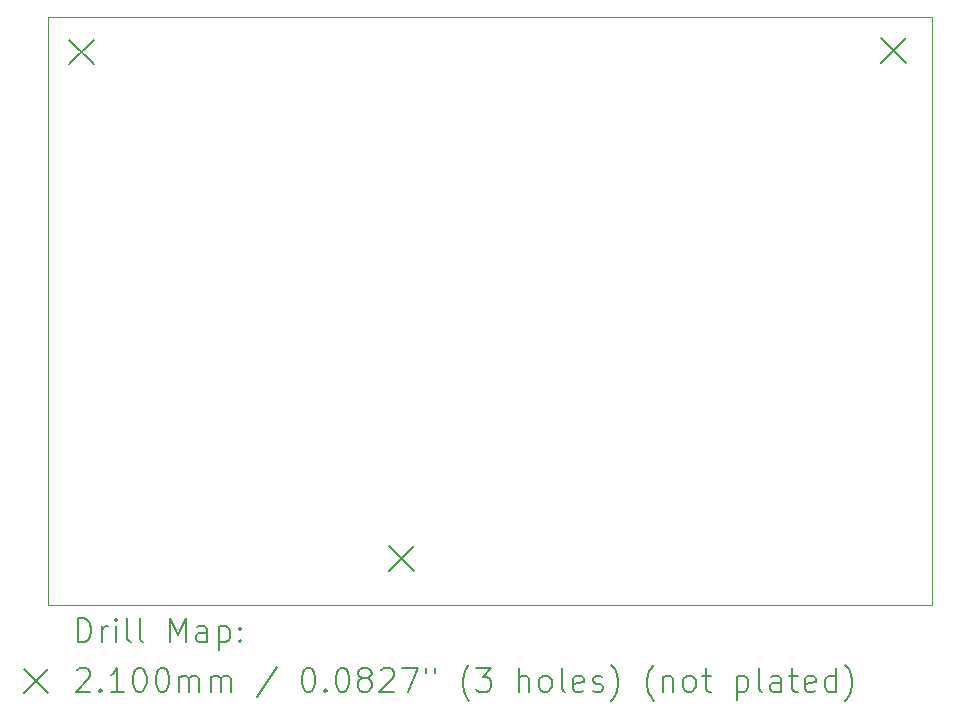
<source format=gbr>
%FSLAX45Y45*%
G04 Gerber Fmt 4.5, Leading zero omitted, Abs format (unit mm)*
G04 Created by KiCad (PCBNEW (6.0.2)) date 2022-04-01 11:26:05*
%MOMM*%
%LPD*%
G01*
G04 APERTURE LIST*
%TA.AperFunction,Profile*%
%ADD10C,0.100000*%
%TD*%
%ADD11C,0.200000*%
%ADD12C,0.210000*%
G04 APERTURE END LIST*
D10*
X8840000Y-14705000D02*
X16325000Y-14705000D01*
X16325000Y-14705000D02*
X16325000Y-9730000D01*
X16325000Y-9730000D02*
X8840000Y-9730000D01*
X8840000Y-9730000D02*
X8840000Y-14705000D01*
D11*
D12*
X9020000Y-9920000D02*
X9230000Y-10130000D01*
X9230000Y-9920000D02*
X9020000Y-10130000D01*
X11725000Y-14210000D02*
X11935000Y-14420000D01*
X11935000Y-14210000D02*
X11725000Y-14420000D01*
X15890000Y-9910000D02*
X16100000Y-10120000D01*
X16100000Y-9910000D02*
X15890000Y-10120000D01*
D11*
X9092619Y-15020476D02*
X9092619Y-14820476D01*
X9140238Y-14820476D01*
X9168810Y-14830000D01*
X9187857Y-14849048D01*
X9197381Y-14868095D01*
X9206905Y-14906190D01*
X9206905Y-14934762D01*
X9197381Y-14972857D01*
X9187857Y-14991905D01*
X9168810Y-15010952D01*
X9140238Y-15020476D01*
X9092619Y-15020476D01*
X9292619Y-15020476D02*
X9292619Y-14887143D01*
X9292619Y-14925238D02*
X9302143Y-14906190D01*
X9311667Y-14896667D01*
X9330714Y-14887143D01*
X9349762Y-14887143D01*
X9416429Y-15020476D02*
X9416429Y-14887143D01*
X9416429Y-14820476D02*
X9406905Y-14830000D01*
X9416429Y-14839524D01*
X9425952Y-14830000D01*
X9416429Y-14820476D01*
X9416429Y-14839524D01*
X9540238Y-15020476D02*
X9521190Y-15010952D01*
X9511667Y-14991905D01*
X9511667Y-14820476D01*
X9645000Y-15020476D02*
X9625952Y-15010952D01*
X9616429Y-14991905D01*
X9616429Y-14820476D01*
X9873571Y-15020476D02*
X9873571Y-14820476D01*
X9940238Y-14963333D01*
X10006905Y-14820476D01*
X10006905Y-15020476D01*
X10187857Y-15020476D02*
X10187857Y-14915714D01*
X10178333Y-14896667D01*
X10159286Y-14887143D01*
X10121190Y-14887143D01*
X10102143Y-14896667D01*
X10187857Y-15010952D02*
X10168810Y-15020476D01*
X10121190Y-15020476D01*
X10102143Y-15010952D01*
X10092619Y-14991905D01*
X10092619Y-14972857D01*
X10102143Y-14953809D01*
X10121190Y-14944286D01*
X10168810Y-14944286D01*
X10187857Y-14934762D01*
X10283095Y-14887143D02*
X10283095Y-15087143D01*
X10283095Y-14896667D02*
X10302143Y-14887143D01*
X10340238Y-14887143D01*
X10359286Y-14896667D01*
X10368810Y-14906190D01*
X10378333Y-14925238D01*
X10378333Y-14982381D01*
X10368810Y-15001428D01*
X10359286Y-15010952D01*
X10340238Y-15020476D01*
X10302143Y-15020476D01*
X10283095Y-15010952D01*
X10464048Y-15001428D02*
X10473571Y-15010952D01*
X10464048Y-15020476D01*
X10454524Y-15010952D01*
X10464048Y-15001428D01*
X10464048Y-15020476D01*
X10464048Y-14896667D02*
X10473571Y-14906190D01*
X10464048Y-14915714D01*
X10454524Y-14906190D01*
X10464048Y-14896667D01*
X10464048Y-14915714D01*
X8635000Y-15250000D02*
X8835000Y-15450000D01*
X8835000Y-15250000D02*
X8635000Y-15450000D01*
X9083095Y-15259524D02*
X9092619Y-15250000D01*
X9111667Y-15240476D01*
X9159286Y-15240476D01*
X9178333Y-15250000D01*
X9187857Y-15259524D01*
X9197381Y-15278571D01*
X9197381Y-15297619D01*
X9187857Y-15326190D01*
X9073571Y-15440476D01*
X9197381Y-15440476D01*
X9283095Y-15421428D02*
X9292619Y-15430952D01*
X9283095Y-15440476D01*
X9273571Y-15430952D01*
X9283095Y-15421428D01*
X9283095Y-15440476D01*
X9483095Y-15440476D02*
X9368810Y-15440476D01*
X9425952Y-15440476D02*
X9425952Y-15240476D01*
X9406905Y-15269048D01*
X9387857Y-15288095D01*
X9368810Y-15297619D01*
X9606905Y-15240476D02*
X9625952Y-15240476D01*
X9645000Y-15250000D01*
X9654524Y-15259524D01*
X9664048Y-15278571D01*
X9673571Y-15316667D01*
X9673571Y-15364286D01*
X9664048Y-15402381D01*
X9654524Y-15421428D01*
X9645000Y-15430952D01*
X9625952Y-15440476D01*
X9606905Y-15440476D01*
X9587857Y-15430952D01*
X9578333Y-15421428D01*
X9568810Y-15402381D01*
X9559286Y-15364286D01*
X9559286Y-15316667D01*
X9568810Y-15278571D01*
X9578333Y-15259524D01*
X9587857Y-15250000D01*
X9606905Y-15240476D01*
X9797381Y-15240476D02*
X9816429Y-15240476D01*
X9835476Y-15250000D01*
X9845000Y-15259524D01*
X9854524Y-15278571D01*
X9864048Y-15316667D01*
X9864048Y-15364286D01*
X9854524Y-15402381D01*
X9845000Y-15421428D01*
X9835476Y-15430952D01*
X9816429Y-15440476D01*
X9797381Y-15440476D01*
X9778333Y-15430952D01*
X9768810Y-15421428D01*
X9759286Y-15402381D01*
X9749762Y-15364286D01*
X9749762Y-15316667D01*
X9759286Y-15278571D01*
X9768810Y-15259524D01*
X9778333Y-15250000D01*
X9797381Y-15240476D01*
X9949762Y-15440476D02*
X9949762Y-15307143D01*
X9949762Y-15326190D02*
X9959286Y-15316667D01*
X9978333Y-15307143D01*
X10006905Y-15307143D01*
X10025952Y-15316667D01*
X10035476Y-15335714D01*
X10035476Y-15440476D01*
X10035476Y-15335714D02*
X10045000Y-15316667D01*
X10064048Y-15307143D01*
X10092619Y-15307143D01*
X10111667Y-15316667D01*
X10121190Y-15335714D01*
X10121190Y-15440476D01*
X10216429Y-15440476D02*
X10216429Y-15307143D01*
X10216429Y-15326190D02*
X10225952Y-15316667D01*
X10245000Y-15307143D01*
X10273571Y-15307143D01*
X10292619Y-15316667D01*
X10302143Y-15335714D01*
X10302143Y-15440476D01*
X10302143Y-15335714D02*
X10311667Y-15316667D01*
X10330714Y-15307143D01*
X10359286Y-15307143D01*
X10378333Y-15316667D01*
X10387857Y-15335714D01*
X10387857Y-15440476D01*
X10778333Y-15230952D02*
X10606905Y-15488095D01*
X11035476Y-15240476D02*
X11054524Y-15240476D01*
X11073571Y-15250000D01*
X11083095Y-15259524D01*
X11092619Y-15278571D01*
X11102143Y-15316667D01*
X11102143Y-15364286D01*
X11092619Y-15402381D01*
X11083095Y-15421428D01*
X11073571Y-15430952D01*
X11054524Y-15440476D01*
X11035476Y-15440476D01*
X11016429Y-15430952D01*
X11006905Y-15421428D01*
X10997381Y-15402381D01*
X10987857Y-15364286D01*
X10987857Y-15316667D01*
X10997381Y-15278571D01*
X11006905Y-15259524D01*
X11016429Y-15250000D01*
X11035476Y-15240476D01*
X11187857Y-15421428D02*
X11197381Y-15430952D01*
X11187857Y-15440476D01*
X11178333Y-15430952D01*
X11187857Y-15421428D01*
X11187857Y-15440476D01*
X11321190Y-15240476D02*
X11340238Y-15240476D01*
X11359286Y-15250000D01*
X11368809Y-15259524D01*
X11378333Y-15278571D01*
X11387857Y-15316667D01*
X11387857Y-15364286D01*
X11378333Y-15402381D01*
X11368809Y-15421428D01*
X11359286Y-15430952D01*
X11340238Y-15440476D01*
X11321190Y-15440476D01*
X11302143Y-15430952D01*
X11292619Y-15421428D01*
X11283095Y-15402381D01*
X11273571Y-15364286D01*
X11273571Y-15316667D01*
X11283095Y-15278571D01*
X11292619Y-15259524D01*
X11302143Y-15250000D01*
X11321190Y-15240476D01*
X11502143Y-15326190D02*
X11483095Y-15316667D01*
X11473571Y-15307143D01*
X11464048Y-15288095D01*
X11464048Y-15278571D01*
X11473571Y-15259524D01*
X11483095Y-15250000D01*
X11502143Y-15240476D01*
X11540238Y-15240476D01*
X11559286Y-15250000D01*
X11568809Y-15259524D01*
X11578333Y-15278571D01*
X11578333Y-15288095D01*
X11568809Y-15307143D01*
X11559286Y-15316667D01*
X11540238Y-15326190D01*
X11502143Y-15326190D01*
X11483095Y-15335714D01*
X11473571Y-15345238D01*
X11464048Y-15364286D01*
X11464048Y-15402381D01*
X11473571Y-15421428D01*
X11483095Y-15430952D01*
X11502143Y-15440476D01*
X11540238Y-15440476D01*
X11559286Y-15430952D01*
X11568809Y-15421428D01*
X11578333Y-15402381D01*
X11578333Y-15364286D01*
X11568809Y-15345238D01*
X11559286Y-15335714D01*
X11540238Y-15326190D01*
X11654524Y-15259524D02*
X11664048Y-15250000D01*
X11683095Y-15240476D01*
X11730714Y-15240476D01*
X11749762Y-15250000D01*
X11759286Y-15259524D01*
X11768809Y-15278571D01*
X11768809Y-15297619D01*
X11759286Y-15326190D01*
X11645000Y-15440476D01*
X11768809Y-15440476D01*
X11835476Y-15240476D02*
X11968809Y-15240476D01*
X11883095Y-15440476D01*
X12035476Y-15240476D02*
X12035476Y-15278571D01*
X12111667Y-15240476D02*
X12111667Y-15278571D01*
X12406905Y-15516667D02*
X12397381Y-15507143D01*
X12378333Y-15478571D01*
X12368809Y-15459524D01*
X12359286Y-15430952D01*
X12349762Y-15383333D01*
X12349762Y-15345238D01*
X12359286Y-15297619D01*
X12368809Y-15269048D01*
X12378333Y-15250000D01*
X12397381Y-15221428D01*
X12406905Y-15211905D01*
X12464048Y-15240476D02*
X12587857Y-15240476D01*
X12521190Y-15316667D01*
X12549762Y-15316667D01*
X12568809Y-15326190D01*
X12578333Y-15335714D01*
X12587857Y-15354762D01*
X12587857Y-15402381D01*
X12578333Y-15421428D01*
X12568809Y-15430952D01*
X12549762Y-15440476D01*
X12492619Y-15440476D01*
X12473571Y-15430952D01*
X12464048Y-15421428D01*
X12825952Y-15440476D02*
X12825952Y-15240476D01*
X12911667Y-15440476D02*
X12911667Y-15335714D01*
X12902143Y-15316667D01*
X12883095Y-15307143D01*
X12854524Y-15307143D01*
X12835476Y-15316667D01*
X12825952Y-15326190D01*
X13035476Y-15440476D02*
X13016428Y-15430952D01*
X13006905Y-15421428D01*
X12997381Y-15402381D01*
X12997381Y-15345238D01*
X13006905Y-15326190D01*
X13016428Y-15316667D01*
X13035476Y-15307143D01*
X13064048Y-15307143D01*
X13083095Y-15316667D01*
X13092619Y-15326190D01*
X13102143Y-15345238D01*
X13102143Y-15402381D01*
X13092619Y-15421428D01*
X13083095Y-15430952D01*
X13064048Y-15440476D01*
X13035476Y-15440476D01*
X13216428Y-15440476D02*
X13197381Y-15430952D01*
X13187857Y-15411905D01*
X13187857Y-15240476D01*
X13368809Y-15430952D02*
X13349762Y-15440476D01*
X13311667Y-15440476D01*
X13292619Y-15430952D01*
X13283095Y-15411905D01*
X13283095Y-15335714D01*
X13292619Y-15316667D01*
X13311667Y-15307143D01*
X13349762Y-15307143D01*
X13368809Y-15316667D01*
X13378333Y-15335714D01*
X13378333Y-15354762D01*
X13283095Y-15373809D01*
X13454524Y-15430952D02*
X13473571Y-15440476D01*
X13511667Y-15440476D01*
X13530714Y-15430952D01*
X13540238Y-15411905D01*
X13540238Y-15402381D01*
X13530714Y-15383333D01*
X13511667Y-15373809D01*
X13483095Y-15373809D01*
X13464048Y-15364286D01*
X13454524Y-15345238D01*
X13454524Y-15335714D01*
X13464048Y-15316667D01*
X13483095Y-15307143D01*
X13511667Y-15307143D01*
X13530714Y-15316667D01*
X13606905Y-15516667D02*
X13616428Y-15507143D01*
X13635476Y-15478571D01*
X13645000Y-15459524D01*
X13654524Y-15430952D01*
X13664048Y-15383333D01*
X13664048Y-15345238D01*
X13654524Y-15297619D01*
X13645000Y-15269048D01*
X13635476Y-15250000D01*
X13616428Y-15221428D01*
X13606905Y-15211905D01*
X13968809Y-15516667D02*
X13959286Y-15507143D01*
X13940238Y-15478571D01*
X13930714Y-15459524D01*
X13921190Y-15430952D01*
X13911667Y-15383333D01*
X13911667Y-15345238D01*
X13921190Y-15297619D01*
X13930714Y-15269048D01*
X13940238Y-15250000D01*
X13959286Y-15221428D01*
X13968809Y-15211905D01*
X14045000Y-15307143D02*
X14045000Y-15440476D01*
X14045000Y-15326190D02*
X14054524Y-15316667D01*
X14073571Y-15307143D01*
X14102143Y-15307143D01*
X14121190Y-15316667D01*
X14130714Y-15335714D01*
X14130714Y-15440476D01*
X14254524Y-15440476D02*
X14235476Y-15430952D01*
X14225952Y-15421428D01*
X14216428Y-15402381D01*
X14216428Y-15345238D01*
X14225952Y-15326190D01*
X14235476Y-15316667D01*
X14254524Y-15307143D01*
X14283095Y-15307143D01*
X14302143Y-15316667D01*
X14311667Y-15326190D01*
X14321190Y-15345238D01*
X14321190Y-15402381D01*
X14311667Y-15421428D01*
X14302143Y-15430952D01*
X14283095Y-15440476D01*
X14254524Y-15440476D01*
X14378333Y-15307143D02*
X14454524Y-15307143D01*
X14406905Y-15240476D02*
X14406905Y-15411905D01*
X14416428Y-15430952D01*
X14435476Y-15440476D01*
X14454524Y-15440476D01*
X14673571Y-15307143D02*
X14673571Y-15507143D01*
X14673571Y-15316667D02*
X14692619Y-15307143D01*
X14730714Y-15307143D01*
X14749762Y-15316667D01*
X14759286Y-15326190D01*
X14768809Y-15345238D01*
X14768809Y-15402381D01*
X14759286Y-15421428D01*
X14749762Y-15430952D01*
X14730714Y-15440476D01*
X14692619Y-15440476D01*
X14673571Y-15430952D01*
X14883095Y-15440476D02*
X14864048Y-15430952D01*
X14854524Y-15411905D01*
X14854524Y-15240476D01*
X15045000Y-15440476D02*
X15045000Y-15335714D01*
X15035476Y-15316667D01*
X15016428Y-15307143D01*
X14978333Y-15307143D01*
X14959286Y-15316667D01*
X15045000Y-15430952D02*
X15025952Y-15440476D01*
X14978333Y-15440476D01*
X14959286Y-15430952D01*
X14949762Y-15411905D01*
X14949762Y-15392857D01*
X14959286Y-15373809D01*
X14978333Y-15364286D01*
X15025952Y-15364286D01*
X15045000Y-15354762D01*
X15111667Y-15307143D02*
X15187857Y-15307143D01*
X15140238Y-15240476D02*
X15140238Y-15411905D01*
X15149762Y-15430952D01*
X15168809Y-15440476D01*
X15187857Y-15440476D01*
X15330714Y-15430952D02*
X15311667Y-15440476D01*
X15273571Y-15440476D01*
X15254524Y-15430952D01*
X15245000Y-15411905D01*
X15245000Y-15335714D01*
X15254524Y-15316667D01*
X15273571Y-15307143D01*
X15311667Y-15307143D01*
X15330714Y-15316667D01*
X15340238Y-15335714D01*
X15340238Y-15354762D01*
X15245000Y-15373809D01*
X15511667Y-15440476D02*
X15511667Y-15240476D01*
X15511667Y-15430952D02*
X15492619Y-15440476D01*
X15454524Y-15440476D01*
X15435476Y-15430952D01*
X15425952Y-15421428D01*
X15416428Y-15402381D01*
X15416428Y-15345238D01*
X15425952Y-15326190D01*
X15435476Y-15316667D01*
X15454524Y-15307143D01*
X15492619Y-15307143D01*
X15511667Y-15316667D01*
X15587857Y-15516667D02*
X15597381Y-15507143D01*
X15616428Y-15478571D01*
X15625952Y-15459524D01*
X15635476Y-15430952D01*
X15645000Y-15383333D01*
X15645000Y-15345238D01*
X15635476Y-15297619D01*
X15625952Y-15269048D01*
X15616428Y-15250000D01*
X15597381Y-15221428D01*
X15587857Y-15211905D01*
M02*

</source>
